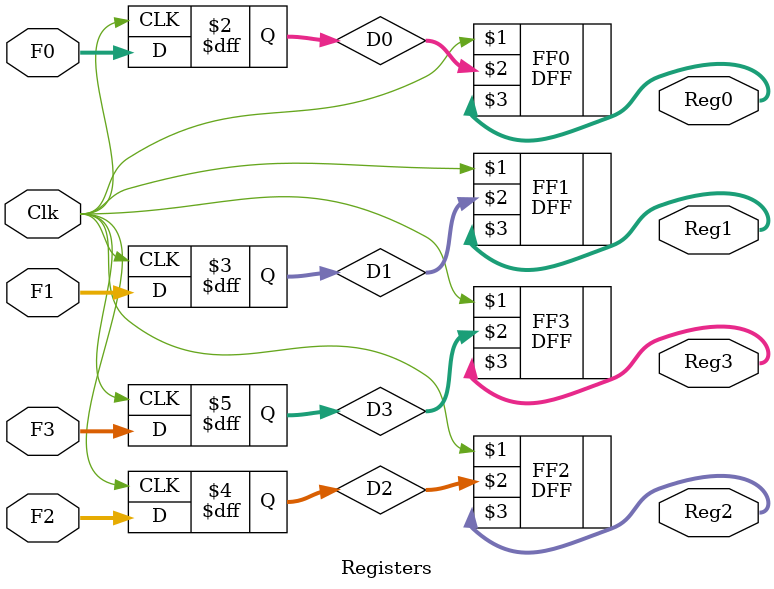
<source format=v>
module Registers (Clk, F0, F1, F2, F3, Reg0, Reg1, Reg2, Reg3);
  parameter size = 4 ;
  input wire [size-1:0] F0, F1, F2, F3;
  input Clk;
  output wire [size-1:0] Reg0, Reg1, Reg2, Reg3;
  reg [size-1:0] D0, D1, D2, D3;
  
 // Creating a register with 4 D-FFs:
  DFF FF0 (Clk, D0, Reg0);  
  DFF FF1 (Clk, D1, Reg1);
  DFF FF2 (Clk, D2, Reg2);
  DFF FF3 (Clk, D3, Reg3);
  
  always @(posedge Clk)
    begin
      D0 <= F0;
      D1 <= F1;
      D2 <= F2;
      D3 <= F3;
    end
	 
endmodule
</source>
